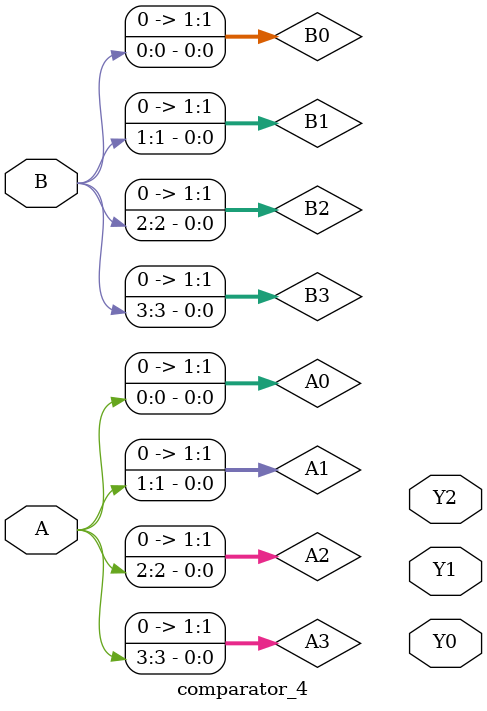
<source format=v>
`timescale 1ns/1ns

module comparator_4(
	input		[3:0]       A   	,
	input	   [3:0]		B   	,
 
 	output	 wire		Y2    , //A>B
	output   wire        Y1    , //A=B
    output   wire        Y0      //A<B
);
reg [1:0]A3,A2,A1,A0,B3,B2,B1,B0;
assign A3 = A[3];
assign A2 = A[2];
assign A1 = A[1];
assign A0 = A[0];
assign B3 = B[3];
assign B2 = B[2];
assign B1 = B[1];
assign B0 = B[0];

endmodule
</source>
